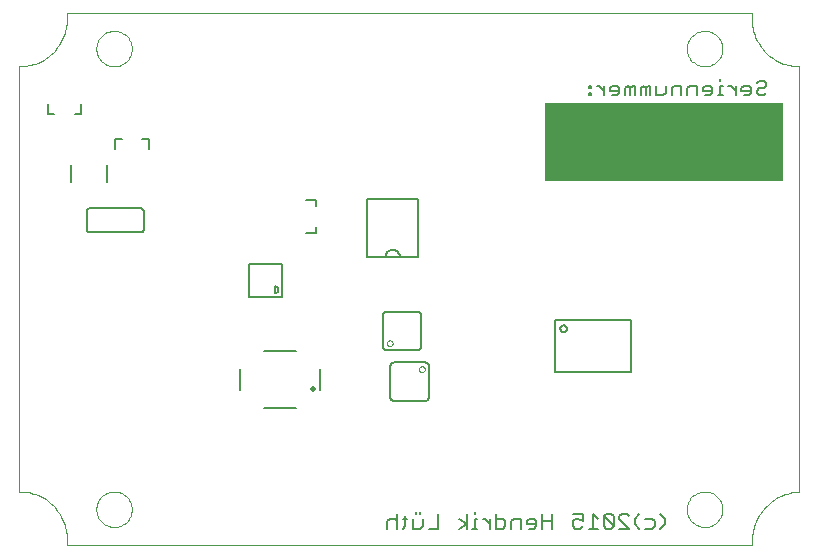
<source format=gbo>
G75*
%MOIN*%
%OFA0B0*%
%FSLAX24Y24*%
%IPPOS*%
%LPD*%
%AMOC8*
5,1,8,0,0,1.08239X$1,22.5*
%
%ADD10C,0.0080*%
%ADD11R,0.7937X0.2625*%
%ADD12C,0.0060*%
%ADD13C,0.0200*%
%ADD14C,0.0000*%
%ADD15C,0.0020*%
D10*
X009061Y005468D02*
X010138Y005468D01*
X010938Y006068D02*
X010938Y006757D01*
X010138Y007357D02*
X009061Y007357D01*
X008261Y006757D02*
X008261Y006068D01*
X008549Y009174D02*
X009651Y009174D01*
X009651Y010276D01*
X008549Y010276D01*
X008549Y009174D01*
X009415Y009292D02*
X009415Y009528D01*
X009435Y009526D01*
X009455Y009521D01*
X009474Y009512D01*
X009491Y009500D01*
X009505Y009486D01*
X009517Y009469D01*
X009526Y009450D01*
X009531Y009430D01*
X009533Y009410D01*
X009531Y009390D01*
X009526Y009370D01*
X009517Y009351D01*
X009505Y009334D01*
X009491Y009320D01*
X009474Y009308D01*
X009455Y009299D01*
X009435Y009294D01*
X009415Y009292D01*
X012504Y010511D02*
X012504Y012439D01*
X014196Y012439D01*
X014196Y010511D01*
X012504Y010511D01*
X013114Y010511D02*
X013116Y010541D01*
X013121Y010570D01*
X013131Y010598D01*
X013143Y010625D01*
X013159Y010650D01*
X013178Y010673D01*
X013200Y010693D01*
X013224Y010710D01*
X013250Y010725D01*
X013277Y010735D01*
X013306Y010743D01*
X013335Y010747D01*
X013365Y010747D01*
X013394Y010743D01*
X013423Y010735D01*
X013450Y010725D01*
X013476Y010710D01*
X013500Y010693D01*
X013522Y010673D01*
X013541Y010650D01*
X013557Y010625D01*
X013569Y010598D01*
X013579Y010570D01*
X013584Y010541D01*
X013586Y010511D01*
X019886Y015890D02*
X019966Y015890D01*
X019966Y015970D01*
X019886Y015970D01*
X019886Y015890D01*
X019886Y016130D02*
X019966Y016130D01*
X019966Y016210D01*
X019886Y016210D01*
X019886Y016130D01*
X020155Y016210D02*
X020236Y016210D01*
X020396Y016050D01*
X020396Y015890D02*
X020396Y016210D01*
X020591Y016130D02*
X020591Y016050D01*
X020911Y016050D01*
X020911Y015970D02*
X020911Y016130D01*
X020831Y016210D01*
X020671Y016210D01*
X020591Y016130D01*
X020671Y015890D02*
X020831Y015890D01*
X020911Y015970D01*
X021107Y015890D02*
X021107Y016130D01*
X021187Y016210D01*
X021267Y016130D01*
X021267Y015890D01*
X021427Y015890D02*
X021427Y016210D01*
X021347Y016210D01*
X021267Y016130D01*
X021622Y016130D02*
X021622Y015890D01*
X021782Y015890D02*
X021782Y016130D01*
X021702Y016210D01*
X021622Y016130D01*
X021782Y016130D02*
X021863Y016210D01*
X021943Y016210D01*
X021943Y015890D01*
X022138Y015890D02*
X022138Y016210D01*
X022138Y015890D02*
X022378Y015890D01*
X022458Y015970D01*
X022458Y016210D01*
X022654Y016130D02*
X022654Y015890D01*
X022654Y016130D02*
X022734Y016210D01*
X022974Y016210D01*
X022974Y015890D01*
X023169Y015890D02*
X023169Y016130D01*
X023249Y016210D01*
X023490Y016210D01*
X023490Y015890D01*
X023685Y016050D02*
X024005Y016050D01*
X024005Y015970D02*
X024005Y016130D01*
X023925Y016210D01*
X023765Y016210D01*
X023685Y016130D01*
X023685Y016050D01*
X023765Y015890D02*
X023925Y015890D01*
X024005Y015970D01*
X024189Y015890D02*
X024349Y015890D01*
X024269Y015890D02*
X024269Y016210D01*
X024349Y016210D01*
X024269Y016370D02*
X024269Y016450D01*
X024538Y016210D02*
X024618Y016210D01*
X024779Y016050D01*
X024779Y015890D02*
X024779Y016210D01*
X024974Y016130D02*
X024974Y016050D01*
X025294Y016050D01*
X025294Y015970D02*
X025294Y016130D01*
X025214Y016210D01*
X025054Y016210D01*
X024974Y016130D01*
X025054Y015890D02*
X025214Y015890D01*
X025294Y015970D01*
X025490Y015970D02*
X025490Y016050D01*
X025570Y016130D01*
X025730Y016130D01*
X025810Y016210D01*
X025810Y016290D01*
X025730Y016370D01*
X025570Y016370D01*
X025490Y016290D01*
X025490Y015970D02*
X025570Y015890D01*
X025730Y015890D01*
X025810Y015970D01*
X016081Y002013D02*
X016081Y001933D01*
X016081Y001773D02*
X016081Y001452D01*
X016161Y001452D02*
X016001Y001452D01*
X015818Y001452D02*
X015818Y001933D01*
X015577Y001773D02*
X015818Y001613D01*
X015577Y001452D01*
X016081Y001773D02*
X016161Y001773D01*
X016351Y001773D02*
X016431Y001773D01*
X016591Y001613D01*
X016591Y001773D02*
X016591Y001452D01*
X016786Y001452D02*
X017027Y001452D01*
X017107Y001532D01*
X017107Y001693D01*
X017027Y001773D01*
X016786Y001773D01*
X016786Y001933D02*
X016786Y001452D01*
X017302Y001452D02*
X017302Y001693D01*
X017382Y001773D01*
X017622Y001773D01*
X017622Y001452D01*
X017818Y001613D02*
X018138Y001613D01*
X018138Y001693D02*
X018058Y001773D01*
X017898Y001773D01*
X017818Y001693D01*
X017818Y001613D01*
X017898Y001452D02*
X018058Y001452D01*
X018138Y001532D01*
X018138Y001693D01*
X018333Y001693D02*
X018654Y001693D01*
X018654Y001933D02*
X018654Y001452D01*
X018333Y001452D02*
X018333Y001933D01*
X019365Y001933D02*
X019685Y001933D01*
X019685Y001693D01*
X019525Y001773D01*
X019445Y001773D01*
X019365Y001693D01*
X019365Y001532D01*
X019445Y001452D01*
X019605Y001452D01*
X019685Y001532D01*
X019880Y001452D02*
X020200Y001452D01*
X020040Y001452D02*
X020040Y001933D01*
X020200Y001773D01*
X020396Y001853D02*
X020716Y001532D01*
X020636Y001452D01*
X020476Y001452D01*
X020396Y001532D01*
X020396Y001853D01*
X020476Y001933D01*
X020636Y001933D01*
X020716Y001853D01*
X020716Y001532D01*
X020911Y001452D02*
X021232Y001452D01*
X020911Y001773D01*
X020911Y001853D01*
X020992Y001933D01*
X021152Y001933D01*
X021232Y001853D01*
X021415Y001773D02*
X021576Y001933D01*
X021415Y001773D02*
X021415Y001613D01*
X021576Y001452D01*
X021771Y001452D02*
X022011Y001452D01*
X022091Y001532D01*
X022091Y001693D01*
X022011Y001773D01*
X021771Y001773D01*
X022275Y001933D02*
X022435Y001773D01*
X022435Y001613D01*
X022275Y001452D01*
X014872Y001452D02*
X014552Y001452D01*
X014357Y001532D02*
X014276Y001452D01*
X014036Y001452D01*
X014036Y001773D01*
X014116Y001933D02*
X014116Y002013D01*
X014276Y002013D02*
X014276Y001933D01*
X014357Y001773D02*
X014357Y001532D01*
X014872Y001452D02*
X014872Y001933D01*
X013841Y001773D02*
X013681Y001773D01*
X013761Y001853D02*
X013761Y001532D01*
X013681Y001452D01*
X013497Y001452D02*
X013497Y001933D01*
X013417Y001773D02*
X013497Y001693D01*
X013417Y001773D02*
X013257Y001773D01*
X013177Y001693D01*
X013177Y001452D01*
D11*
X022381Y014350D03*
D12*
X014174Y008677D02*
X013150Y008677D01*
X013130Y008675D01*
X013110Y008671D01*
X013092Y008663D01*
X013075Y008653D01*
X013059Y008640D01*
X013046Y008624D01*
X013036Y008607D01*
X013028Y008589D01*
X013024Y008569D01*
X013022Y008549D01*
X013022Y007509D01*
X013022Y007525D02*
X013024Y007505D01*
X013028Y007485D01*
X013036Y007467D01*
X013046Y007450D01*
X013059Y007434D01*
X013075Y007421D01*
X013092Y007411D01*
X013110Y007403D01*
X013130Y007399D01*
X013150Y007397D01*
X014174Y007397D01*
X014194Y007399D01*
X014214Y007403D01*
X014232Y007411D01*
X014249Y007421D01*
X014265Y007434D01*
X014278Y007450D01*
X014288Y007467D01*
X014296Y007485D01*
X014300Y007505D01*
X014302Y007525D01*
X014302Y008549D01*
X014300Y008569D01*
X014296Y008589D01*
X014288Y008607D01*
X014278Y008624D01*
X014265Y008640D01*
X014249Y008653D01*
X014232Y008663D01*
X014214Y008671D01*
X014194Y008675D01*
X014174Y008677D01*
X014425Y006990D02*
X013401Y006990D01*
X013381Y006988D01*
X013361Y006984D01*
X013343Y006976D01*
X013326Y006966D01*
X013310Y006953D01*
X013297Y006937D01*
X013287Y006920D01*
X013279Y006902D01*
X013275Y006882D01*
X013273Y006862D01*
X013273Y005838D01*
X013275Y005818D01*
X013279Y005798D01*
X013287Y005780D01*
X013297Y005763D01*
X013310Y005747D01*
X013326Y005734D01*
X013343Y005724D01*
X013361Y005716D01*
X013381Y005712D01*
X013401Y005710D01*
X013401Y005711D02*
X014425Y005711D01*
X014425Y005710D02*
X014445Y005712D01*
X014465Y005716D01*
X014483Y005724D01*
X014500Y005734D01*
X014516Y005747D01*
X014529Y005763D01*
X014539Y005780D01*
X014547Y005798D01*
X014551Y005818D01*
X014553Y005838D01*
X014553Y006878D01*
X014553Y006862D02*
X014551Y006882D01*
X014547Y006902D01*
X014539Y006920D01*
X014529Y006937D01*
X014516Y006953D01*
X014500Y006966D01*
X014483Y006976D01*
X014465Y006984D01*
X014445Y006988D01*
X014425Y006990D01*
X018762Y006681D02*
X018762Y008394D01*
X021301Y008394D01*
X021301Y006681D01*
X018762Y006681D01*
X018938Y008116D02*
X018940Y008137D01*
X018946Y008157D01*
X018955Y008175D01*
X018968Y008191D01*
X018984Y008205D01*
X019002Y008215D01*
X019021Y008222D01*
X019042Y008225D01*
X019063Y008224D01*
X019083Y008219D01*
X019101Y008210D01*
X019118Y008198D01*
X019133Y008183D01*
X019144Y008166D01*
X019152Y008147D01*
X019156Y008126D01*
X019156Y008106D01*
X019152Y008085D01*
X019144Y008066D01*
X019133Y008049D01*
X019118Y008034D01*
X019102Y008022D01*
X019083Y008013D01*
X019063Y008008D01*
X019042Y008007D01*
X019021Y008010D01*
X019002Y008017D01*
X018984Y008027D01*
X018968Y008041D01*
X018955Y008057D01*
X018946Y008075D01*
X018940Y008095D01*
X018938Y008116D01*
X010797Y011290D02*
X010797Y011510D01*
X010797Y011290D02*
X010477Y011290D01*
X010797Y012190D02*
X010797Y012410D01*
X010477Y012410D01*
X005222Y014102D02*
X005222Y014422D01*
X005002Y014422D01*
X004322Y014422D02*
X004102Y014422D01*
X004102Y014102D01*
X003833Y013568D02*
X003833Y013007D01*
X003250Y012125D02*
X004950Y012125D01*
X004967Y012123D01*
X004984Y012119D01*
X005000Y012112D01*
X005014Y012102D01*
X005027Y012089D01*
X005037Y012075D01*
X005044Y012059D01*
X005048Y012042D01*
X005050Y012025D01*
X005050Y011425D01*
X005048Y011408D01*
X005044Y011391D01*
X005037Y011375D01*
X005027Y011361D01*
X005014Y011348D01*
X005000Y011338D01*
X004984Y011331D01*
X004967Y011327D01*
X004950Y011325D01*
X003250Y011325D01*
X003233Y011327D01*
X003216Y011331D01*
X003200Y011338D01*
X003186Y011348D01*
X003173Y011361D01*
X003163Y011375D01*
X003156Y011391D01*
X003152Y011408D01*
X003150Y011425D01*
X003150Y012025D01*
X003152Y012042D01*
X003156Y012059D01*
X003163Y012075D01*
X003173Y012089D01*
X003186Y012102D01*
X003200Y012112D01*
X003216Y012119D01*
X003233Y012123D01*
X003250Y012125D01*
X002617Y013007D02*
X002617Y013568D01*
X002752Y015277D02*
X002972Y015277D01*
X002972Y015597D01*
X002072Y015277D02*
X001852Y015277D01*
X001852Y015597D01*
D13*
X010700Y006112D03*
D14*
X002487Y001109D02*
X002485Y001186D01*
X002479Y001263D01*
X002470Y001340D01*
X002457Y001416D01*
X002440Y001492D01*
X002419Y001566D01*
X002395Y001640D01*
X002367Y001712D01*
X002336Y001782D01*
X002301Y001851D01*
X002263Y001919D01*
X002222Y001984D01*
X002177Y002047D01*
X002129Y002108D01*
X002079Y002167D01*
X002026Y002223D01*
X001970Y002276D01*
X001911Y002326D01*
X001850Y002374D01*
X001787Y002419D01*
X001722Y002460D01*
X001654Y002498D01*
X001585Y002533D01*
X001515Y002564D01*
X001443Y002592D01*
X001369Y002616D01*
X001295Y002637D01*
X001219Y002654D01*
X001143Y002667D01*
X001066Y002676D01*
X000989Y002682D01*
X000912Y002684D01*
X000912Y016857D01*
X000989Y016859D01*
X001066Y016865D01*
X001143Y016874D01*
X001219Y016887D01*
X001295Y016904D01*
X001369Y016925D01*
X001443Y016949D01*
X001515Y016977D01*
X001585Y017008D01*
X001654Y017043D01*
X001722Y017081D01*
X001787Y017122D01*
X001850Y017167D01*
X001911Y017215D01*
X001970Y017265D01*
X002026Y017318D01*
X002079Y017374D01*
X002129Y017433D01*
X002177Y017494D01*
X002222Y017557D01*
X002263Y017622D01*
X002301Y017690D01*
X002336Y017759D01*
X002367Y017829D01*
X002395Y017901D01*
X002419Y017975D01*
X002440Y018049D01*
X002457Y018125D01*
X002470Y018201D01*
X002479Y018278D01*
X002485Y018355D01*
X002487Y018432D01*
X002487Y018629D01*
X025322Y018629D01*
X025322Y018432D01*
X023156Y017448D02*
X023158Y017496D01*
X023164Y017544D01*
X023174Y017591D01*
X023187Y017637D01*
X023205Y017682D01*
X023225Y017726D01*
X023250Y017768D01*
X023278Y017807D01*
X023308Y017844D01*
X023342Y017878D01*
X023379Y017910D01*
X023417Y017939D01*
X023458Y017964D01*
X023501Y017986D01*
X023546Y018004D01*
X023592Y018018D01*
X023639Y018029D01*
X023687Y018036D01*
X023735Y018039D01*
X023783Y018038D01*
X023831Y018033D01*
X023879Y018024D01*
X023925Y018012D01*
X023970Y017995D01*
X024014Y017975D01*
X024056Y017952D01*
X024096Y017925D01*
X024134Y017895D01*
X024169Y017862D01*
X024201Y017826D01*
X024231Y017788D01*
X024257Y017747D01*
X024279Y017704D01*
X024299Y017660D01*
X024314Y017615D01*
X024326Y017568D01*
X024334Y017520D01*
X024338Y017472D01*
X024338Y017424D01*
X024334Y017376D01*
X024326Y017328D01*
X024314Y017281D01*
X024299Y017236D01*
X024279Y017192D01*
X024257Y017149D01*
X024231Y017108D01*
X024201Y017070D01*
X024169Y017034D01*
X024134Y017001D01*
X024096Y016971D01*
X024056Y016944D01*
X024014Y016921D01*
X023970Y016901D01*
X023925Y016884D01*
X023879Y016872D01*
X023831Y016863D01*
X023783Y016858D01*
X023735Y016857D01*
X023687Y016860D01*
X023639Y016867D01*
X023592Y016878D01*
X023546Y016892D01*
X023501Y016910D01*
X023458Y016932D01*
X023417Y016957D01*
X023379Y016986D01*
X023342Y017018D01*
X023308Y017052D01*
X023278Y017089D01*
X023250Y017128D01*
X023225Y017170D01*
X023205Y017214D01*
X023187Y017259D01*
X023174Y017305D01*
X023164Y017352D01*
X023158Y017400D01*
X023156Y017448D01*
X026897Y016857D02*
X026897Y002684D01*
X026817Y002678D01*
X026738Y002667D01*
X026659Y002653D01*
X026582Y002635D01*
X026505Y002614D01*
X026429Y002589D01*
X026355Y002560D01*
X026282Y002528D01*
X026210Y002492D01*
X026141Y002453D01*
X026073Y002411D01*
X026008Y002365D01*
X025944Y002317D01*
X025883Y002265D01*
X025825Y002211D01*
X025769Y002154D01*
X025716Y002094D01*
X025666Y002032D01*
X025619Y001968D01*
X025575Y001901D01*
X025534Y001833D01*
X025497Y001762D01*
X025463Y001690D01*
X025432Y001617D01*
X025405Y001541D01*
X025382Y001465D01*
X025362Y001388D01*
X025346Y001310D01*
X025334Y001231D01*
X025325Y001152D01*
X025320Y001072D01*
X025319Y000992D01*
X025322Y000913D01*
X025322Y000912D02*
X002487Y000912D01*
X002487Y001109D01*
X003471Y002094D02*
X003473Y002142D01*
X003479Y002190D01*
X003489Y002237D01*
X003502Y002283D01*
X003520Y002328D01*
X003540Y002372D01*
X003565Y002414D01*
X003593Y002453D01*
X003623Y002490D01*
X003657Y002524D01*
X003694Y002556D01*
X003732Y002585D01*
X003773Y002610D01*
X003816Y002632D01*
X003861Y002650D01*
X003907Y002664D01*
X003954Y002675D01*
X004002Y002682D01*
X004050Y002685D01*
X004098Y002684D01*
X004146Y002679D01*
X004194Y002670D01*
X004240Y002658D01*
X004285Y002641D01*
X004329Y002621D01*
X004371Y002598D01*
X004411Y002571D01*
X004449Y002541D01*
X004484Y002508D01*
X004516Y002472D01*
X004546Y002434D01*
X004572Y002393D01*
X004594Y002350D01*
X004614Y002306D01*
X004629Y002261D01*
X004641Y002214D01*
X004649Y002166D01*
X004653Y002118D01*
X004653Y002070D01*
X004649Y002022D01*
X004641Y001974D01*
X004629Y001927D01*
X004614Y001882D01*
X004594Y001838D01*
X004572Y001795D01*
X004546Y001754D01*
X004516Y001716D01*
X004484Y001680D01*
X004449Y001647D01*
X004411Y001617D01*
X004371Y001590D01*
X004329Y001567D01*
X004285Y001547D01*
X004240Y001530D01*
X004194Y001518D01*
X004146Y001509D01*
X004098Y001504D01*
X004050Y001503D01*
X004002Y001506D01*
X003954Y001513D01*
X003907Y001524D01*
X003861Y001538D01*
X003816Y001556D01*
X003773Y001578D01*
X003732Y001603D01*
X003694Y001632D01*
X003657Y001664D01*
X003623Y001698D01*
X003593Y001735D01*
X003565Y001774D01*
X003540Y001816D01*
X003520Y001860D01*
X003502Y001905D01*
X003489Y001951D01*
X003479Y001998D01*
X003473Y002046D01*
X003471Y002094D01*
X023156Y002094D02*
X023158Y002142D01*
X023164Y002190D01*
X023174Y002237D01*
X023187Y002283D01*
X023205Y002328D01*
X023225Y002372D01*
X023250Y002414D01*
X023278Y002453D01*
X023308Y002490D01*
X023342Y002524D01*
X023379Y002556D01*
X023417Y002585D01*
X023458Y002610D01*
X023501Y002632D01*
X023546Y002650D01*
X023592Y002664D01*
X023639Y002675D01*
X023687Y002682D01*
X023735Y002685D01*
X023783Y002684D01*
X023831Y002679D01*
X023879Y002670D01*
X023925Y002658D01*
X023970Y002641D01*
X024014Y002621D01*
X024056Y002598D01*
X024096Y002571D01*
X024134Y002541D01*
X024169Y002508D01*
X024201Y002472D01*
X024231Y002434D01*
X024257Y002393D01*
X024279Y002350D01*
X024299Y002306D01*
X024314Y002261D01*
X024326Y002214D01*
X024334Y002166D01*
X024338Y002118D01*
X024338Y002070D01*
X024334Y002022D01*
X024326Y001974D01*
X024314Y001927D01*
X024299Y001882D01*
X024279Y001838D01*
X024257Y001795D01*
X024231Y001754D01*
X024201Y001716D01*
X024169Y001680D01*
X024134Y001647D01*
X024096Y001617D01*
X024056Y001590D01*
X024014Y001567D01*
X023970Y001547D01*
X023925Y001530D01*
X023879Y001518D01*
X023831Y001509D01*
X023783Y001504D01*
X023735Y001503D01*
X023687Y001506D01*
X023639Y001513D01*
X023592Y001524D01*
X023546Y001538D01*
X023501Y001556D01*
X023458Y001578D01*
X023417Y001603D01*
X023379Y001632D01*
X023342Y001664D01*
X023308Y001698D01*
X023278Y001735D01*
X023250Y001774D01*
X023225Y001816D01*
X023205Y001860D01*
X023187Y001905D01*
X023174Y001951D01*
X023164Y001998D01*
X023158Y002046D01*
X023156Y002094D01*
X003471Y017448D02*
X003473Y017496D01*
X003479Y017544D01*
X003489Y017591D01*
X003502Y017637D01*
X003520Y017682D01*
X003540Y017726D01*
X003565Y017768D01*
X003593Y017807D01*
X003623Y017844D01*
X003657Y017878D01*
X003694Y017910D01*
X003732Y017939D01*
X003773Y017964D01*
X003816Y017986D01*
X003861Y018004D01*
X003907Y018018D01*
X003954Y018029D01*
X004002Y018036D01*
X004050Y018039D01*
X004098Y018038D01*
X004146Y018033D01*
X004194Y018024D01*
X004240Y018012D01*
X004285Y017995D01*
X004329Y017975D01*
X004371Y017952D01*
X004411Y017925D01*
X004449Y017895D01*
X004484Y017862D01*
X004516Y017826D01*
X004546Y017788D01*
X004572Y017747D01*
X004594Y017704D01*
X004614Y017660D01*
X004629Y017615D01*
X004641Y017568D01*
X004649Y017520D01*
X004653Y017472D01*
X004653Y017424D01*
X004649Y017376D01*
X004641Y017328D01*
X004629Y017281D01*
X004614Y017236D01*
X004594Y017192D01*
X004572Y017149D01*
X004546Y017108D01*
X004516Y017070D01*
X004484Y017034D01*
X004449Y017001D01*
X004411Y016971D01*
X004371Y016944D01*
X004329Y016921D01*
X004285Y016901D01*
X004240Y016884D01*
X004194Y016872D01*
X004146Y016863D01*
X004098Y016858D01*
X004050Y016857D01*
X004002Y016860D01*
X003954Y016867D01*
X003907Y016878D01*
X003861Y016892D01*
X003816Y016910D01*
X003773Y016932D01*
X003732Y016957D01*
X003694Y016986D01*
X003657Y017018D01*
X003623Y017052D01*
X003593Y017089D01*
X003565Y017128D01*
X003540Y017170D01*
X003520Y017214D01*
X003502Y017259D01*
X003489Y017305D01*
X003479Y017352D01*
X003473Y017400D01*
X003471Y017448D01*
X025322Y018432D02*
X025324Y018355D01*
X025330Y018278D01*
X025339Y018201D01*
X025352Y018125D01*
X025369Y018049D01*
X025390Y017975D01*
X025414Y017901D01*
X025442Y017829D01*
X025473Y017759D01*
X025508Y017690D01*
X025546Y017622D01*
X025587Y017557D01*
X025632Y017494D01*
X025680Y017433D01*
X025730Y017374D01*
X025783Y017318D01*
X025839Y017265D01*
X025898Y017215D01*
X025959Y017167D01*
X026022Y017122D01*
X026087Y017081D01*
X026155Y017043D01*
X026224Y017008D01*
X026294Y016977D01*
X026366Y016949D01*
X026440Y016925D01*
X026514Y016904D01*
X026590Y016887D01*
X026666Y016874D01*
X026743Y016865D01*
X026820Y016859D01*
X026897Y016857D01*
D15*
X013157Y007626D02*
X013159Y007645D01*
X013165Y007664D01*
X013174Y007681D01*
X013187Y007696D01*
X013202Y007707D01*
X013220Y007716D01*
X013238Y007721D01*
X013258Y007722D01*
X013277Y007719D01*
X013295Y007712D01*
X013312Y007702D01*
X013326Y007689D01*
X013337Y007673D01*
X013345Y007655D01*
X013349Y007636D01*
X013349Y007616D01*
X013345Y007597D01*
X013337Y007579D01*
X013326Y007563D01*
X013312Y007550D01*
X013295Y007540D01*
X013277Y007533D01*
X013258Y007530D01*
X013238Y007531D01*
X013220Y007536D01*
X013202Y007545D01*
X013187Y007556D01*
X013174Y007571D01*
X013165Y007588D01*
X013159Y007607D01*
X013157Y007626D01*
X014226Y006762D02*
X014228Y006781D01*
X014234Y006800D01*
X014243Y006817D01*
X014256Y006832D01*
X014271Y006843D01*
X014289Y006852D01*
X014307Y006857D01*
X014327Y006858D01*
X014346Y006855D01*
X014364Y006848D01*
X014381Y006838D01*
X014395Y006825D01*
X014406Y006809D01*
X014414Y006791D01*
X014418Y006772D01*
X014418Y006752D01*
X014414Y006733D01*
X014406Y006715D01*
X014395Y006699D01*
X014381Y006686D01*
X014364Y006676D01*
X014346Y006669D01*
X014327Y006666D01*
X014307Y006667D01*
X014289Y006672D01*
X014271Y006681D01*
X014256Y006692D01*
X014243Y006707D01*
X014234Y006724D01*
X014228Y006743D01*
X014226Y006762D01*
M02*

</source>
